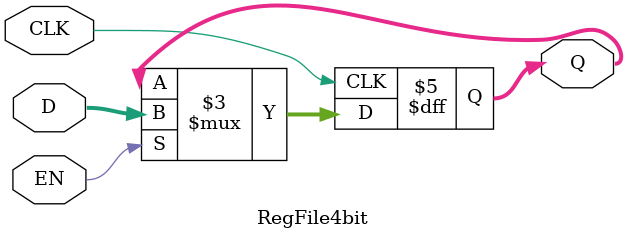
<source format=v>
`timescale 1ns / 1ps


module RegFile4bit(D, Q, CLK, EN); //im using RST as LOAD for now
parameter Data_width = 4; //DATA SIZE
input CLK, EN;
input [Data_width-1:0] D;
output reg [Data_width-1:0] Q;
always @(posedge CLK)
begin
    if (EN)
    Q = D;
    else 
    Q = Q;
end
endmodule


</source>
